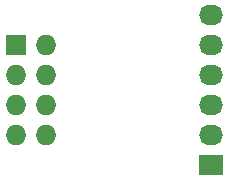
<source format=gbs>
G04 #@! TF.FileFunction,Soldermask,Bot*
%FSLAX46Y46*%
G04 Gerber Fmt 4.6, Leading zero omitted, Abs format (unit mm)*
G04 Created by KiCad (PCBNEW (2014-11-17 BZR 5289)-product) date Sun 18 Jan 2015 06:57:41 AM EST*
%MOMM*%
G01*
G04 APERTURE LIST*
%ADD10C,0.100000*%
%ADD11R,1.727200X1.727200*%
%ADD12O,1.727200X1.727200*%
%ADD13R,2.032000X1.727200*%
%ADD14O,2.032000X1.727200*%
G04 APERTURE END LIST*
D10*
D11*
X140970000Y-102870000D03*
D12*
X143510000Y-102870000D03*
X140970000Y-105410000D03*
X143510000Y-105410000D03*
X140970000Y-107950000D03*
X143510000Y-107950000D03*
X140970000Y-110490000D03*
X143510000Y-110490000D03*
D13*
X157480000Y-113030000D03*
D14*
X157480000Y-110490000D03*
X157480000Y-107950000D03*
X157480000Y-105410000D03*
X157480000Y-102870000D03*
X157480000Y-100330000D03*
M02*

</source>
